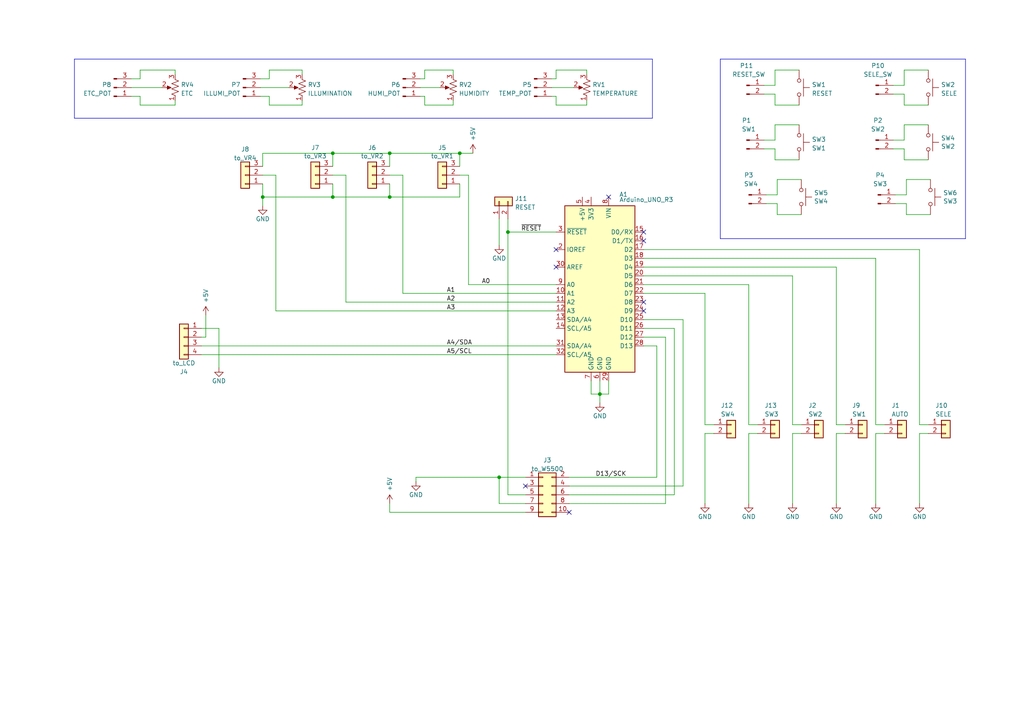
<source format=kicad_sch>
(kicad_sch (version 20231120) (generator "eeschema") (generator_version "8.0")
  (paper "A4")
  (title_block (title "UECS Simulator Q917B") (date "2025-01-15") (rev "2.00") (company "HOLLY&Co.,Ltd."))
  (lib_symbols
    (symbol "Connector:Conn_01x02_Male" (pin_names (offset 1.016) hide)
      (property "Reference" "J" (at 0 2.54 0))
      (property "Value" "Conn_01x02_Male" (at 0 -5.08 0))
      (symbol "Conn_01x02_Male_1_1"
        (polyline (pts (xy 1.27 -2.54) (xy 0.8636 -2.54)) (stroke (width 0.1524)))
        (polyline (pts (xy 1.27 0) (xy 0.8636 0)) (stroke (width 0.1524)))
        (rectangle (start 0.8636 -2.413) (end 0 -2.667) (stroke (width 0.1524)) (fill (type outline)))
        (rectangle (start 0.8636 0.127) (end 0 -0.127) (stroke (width 0.1524)) (fill (type outline)))
        (pin passive line (at 5.08 0 180) (length 3.81) (name "Pin_1") (number "1"))
        (pin passive line (at 5.08 -2.54 180) (length 3.81) (name "Pin_2") (number "2"))
      )
    )
    (symbol "Connector:Conn_01x03_Male" (pin_names (offset 1.016) hide)
      (property "Reference" "J" (at 0 5.08 0))
      (property "Value" "Conn_01x03_Male" (at 0 -5.08 0))
      (symbol "Conn_01x03_Male_1_1"
        (polyline (pts (xy 1.27 -2.54) (xy 0.8636 -2.54)) (stroke (width 0.1524)))
        (polyline (pts (xy 1.27 0) (xy 0.8636 0)) (stroke (width 0.1524)))
        (polyline (pts (xy 1.27 2.54) (xy 0.8636 2.54)) (stroke (width 0.1524)))
        (rectangle (start 0.8636 -2.413) (end 0 -2.667) (stroke (width 0.1524)) (fill (type outline)))
        (rectangle (start 0.8636 0.127) (end 0 -0.127) (stroke (width 0.1524)) (fill (type outline)))
        (rectangle (start 0.8636 2.667) (end 0 2.413) (stroke (width 0.1524)) (fill (type outline)))
        (pin passive line (at 5.08 2.54 180) (length 3.81) (name "Pin_1") (number "1"))
        (pin passive line (at 5.08 0 180) (length 3.81) (name "Pin_2") (number "2"))
        (pin passive line (at 5.08 -2.54 180) (length 3.81) (name "Pin_3") (number "3"))
      )
    )
    (symbol "Connector_Generic:Conn_01x02" (pin_names (offset 1.016) hide)
      (property "Reference" "J" (at 0 2.54 0))
      (property "Value" "Conn_01x02" (at 0 -5.08 0))
      (symbol "Conn_01x02_1_1"
        (rectangle (start -1.27 -2.413) (end 0 -2.667) (stroke (width 0.1524)))
        (rectangle (start -1.27 0.127) (end 0 -0.127) (stroke (width 0.1524)))
        (rectangle (start -1.27 1.27) (end 1.27 -3.81) (stroke (width 0.254)) (fill (type background)))
        (pin passive line (at -5.08 0 0) (length 3.81) (name "Pin_1") (number "1"))
        (pin passive line (at -5.08 -2.54 0) (length 3.81) (name "Pin_2") (number "2"))
      )
    )
    (symbol "Connector_Generic:Conn_01x03" (pin_names (offset 1.016) hide)
      (property "Reference" "J" (at 0 5.08 0))
      (property "Value" "Conn_01x03" (at 0 -5.08 0))
      (symbol "Conn_01x03_1_1"
        (rectangle (start -1.27 -2.413) (end 0 -2.667) (stroke (width 0.1524)))
        (rectangle (start -1.27 0.127) (end 0 -0.127) (stroke (width 0.1524)))
        (rectangle (start -1.27 2.667) (end 0 2.413) (stroke (width 0.1524)))
        (rectangle (start -1.27 3.81) (end 1.27 -3.81) (stroke (width 0.254)) (fill (type background)))
        (pin passive line (at -5.08 2.54 0) (length 3.81) (name "Pin_1") (number "1"))
        (pin passive line (at -5.08 0 0) (length 3.81) (name "Pin_2") (number "2"))
        (pin passive line (at -5.08 -2.54 0) (length 3.81) (name "Pin_3") (number "3"))
      )
    )
    (symbol "Connector_Generic:Conn_01x04" (pin_names (offset 1.016) hide)
      (property "Reference" "J" (at 0 5.08 0))
      (property "Value" "Conn_01x04" (at 0 -7.62 0))
      (symbol "Conn_01x04_1_1"
        (rectangle (start -1.27 -4.953) (end 0 -5.207) (stroke (width 0.1524)))
        (rectangle (start -1.27 -2.413) (end 0 -2.667) (stroke (width 0.1524)))
        (rectangle (start -1.27 0.127) (end 0 -0.127) (stroke (width 0.1524)))
        (rectangle (start -1.27 2.667) (end 0 2.413) (stroke (width 0.1524)))
        (rectangle (start -1.27 3.81) (end 1.27 -6.35) (stroke (width 0.254)) (fill (type background)))
        (pin passive line (at -5.08 2.54 0) (length 3.81) (name "Pin_1") (number "1"))
        (pin passive line (at -5.08 0 0) (length 3.81) (name "Pin_2") (number "2"))
        (pin passive line (at -5.08 -2.54 0) (length 3.81) (name "Pin_3") (number "3"))
        (pin passive line (at -5.08 -5.08 0) (length 3.81) (name "Pin_4") (number "4"))
      )
    )
    (symbol "Connector_Generic:Conn_02x05_Odd_Even" (pin_names (offset 1.016) hide)
      (property "Reference" "J" (at 1.27 7.62 0))
      (property "Value" "Conn_02x05_Odd_Even" (at 1.27 -7.62 0))
      (symbol "Conn_02x05_Odd_Even_1_1"
        (rectangle (start -1.27 -4.953) (end 0 -5.207) (stroke (width 0.1524)))
        (rectangle (start -1.27 -2.413) (end 0 -2.667) (stroke (width 0.1524)))
        (rectangle (start -1.27 0.127) (end 0 -0.127) (stroke (width 0.1524)))
        (rectangle (start -1.27 2.667) (end 0 2.413) (stroke (width 0.1524)))
        (rectangle (start -1.27 5.207) (end 0 4.953) (stroke (width 0.1524)))
        (rectangle (start -1.27 6.35) (end 3.81 -6.35) (stroke (width 0.254)) (fill (type background)))
        (rectangle (start 3.81 -4.953) (end 2.54 -5.207) (stroke (width 0.1524)))
        (rectangle (start 3.81 -2.413) (end 2.54 -2.667) (stroke (width 0.1524)))
        (rectangle (start 3.81 0.127) (end 2.54 -0.127) (stroke (width 0.1524)))
        (rectangle (start 3.81 2.667) (end 2.54 2.413) (stroke (width 0.1524)))
        (rectangle (start 3.81 5.207) (end 2.54 4.953) (stroke (width 0.1524)))
        (pin passive line (at -5.08 5.08 0) (length 3.81) (name "Pin_1") (number "1"))
        (pin passive line (at 7.62 -5.08 180) (length 3.81) (name "Pin_10") (number "10"))
        (pin passive line (at 7.62 5.08 180) (length 3.81) (name "Pin_2") (number "2"))
        (pin passive line (at -5.08 2.54 0) (length 3.81) (name "Pin_3") (number "3"))
        (pin passive line (at 7.62 2.54 180) (length 3.81) (name "Pin_4") (number "4"))
        (pin passive line (at -5.08 0 0) (length 3.81) (name "Pin_5") (number "5"))
        (pin passive line (at 7.62 0 180) (length 3.81) (name "Pin_6") (number "6"))
        (pin passive line (at -5.08 -2.54 0) (length 3.81) (name "Pin_7") (number "7"))
        (pin passive line (at 7.62 -2.54 180) (length 3.81) (name "Pin_8") (number "8"))
        (pin passive line (at -5.08 -5.08 0) (length 3.81) (name "Pin_9") (number "9"))
      )
    )
    (symbol "Device:R_Potentiometer_US" (pin_names (offset 1.016) hide)
      (property "Reference" "RV" (at -4.445 0 90))
      (property "Value" "R_Potentiometer_US" (at -2.54 0 90))
      (symbol "R_Potentiometer_US_0_1"
        (polyline (pts (xy 0 -2.286) (xy 0 -2.54)))
        (polyline (pts (xy 0 2.54) (xy 0 2.286)))
        (polyline (pts (xy 2.54 0) (xy 1.524 0)))
        (polyline (pts (xy 1.143 0) (xy 2.286 0.508) (xy 2.286 -0.508) (xy 1.143 0)) (fill (type outline)))
        (polyline (pts (xy 0 -0.762) (xy 1.016 -1.143) (xy 0 -1.524) (xy -1.016 -1.905) (xy 0 -2.286)))
        (polyline (pts (xy 0 0.762) (xy 1.016 0.381) (xy 0 0) (xy -1.016 -0.381) (xy 0 -0.762)))
        (polyline (pts (xy 0 2.286) (xy 1.016 1.905) (xy 0 1.524) (xy -1.016 1.143) (xy 0 0.762)))
      )
      (symbol "R_Potentiometer_US_1_1"
        (pin passive line (at 0 3.81 270) (length 1.27) (name "1") (number "1"))
        (pin passive line (at 3.81 0 180) (length 1.27) (name "2") (number "2"))
        (pin passive line (at 0 -3.81 90) (length 1.27) (name "3") (number "3"))
      )
    )
    (symbol "MCU_Module:Arduino_UNO_R3"
      (property "Reference" "A" (at -10.16 23.495 0))
      (property "Value" "Arduino_UNO_R3" (at 5.08 -26.67 0))
      (symbol "Arduino_UNO_R3_0_1"
        (rectangle (start -10.16 22.86) (end 10.16 -25.4) (stroke (width 0.254)) (fill (type background)))
      )
      (symbol "Arduino_UNO_R3_1_1"
        (pin no_connect line (at -10.16 -20.32 0) (length 2.54) hide (name "NC") (number "1"))
        (pin bidirectional line (at 12.7 -2.54 180) (length 2.54) (name "A1") (number "10"))
        (pin bidirectional line (at 12.7 -5.08 180) (length 2.54) (name "A2") (number "11"))
        (pin bidirectional line (at 12.7 -7.62 180) (length 2.54) (name "A3") (number "12"))
        (pin bidirectional line (at 12.7 -10.16 180) (length 2.54) (name "SDA/A4") (number "13"))
        (pin bidirectional line (at 12.7 -12.7 180) (length 2.54) (name "SCL/A5") (number "14"))
        (pin bidirectional line (at -12.7 15.24 0) (length 2.54) (name "D0/RX") (number "15"))
        (pin bidirectional line (at -12.7 12.7 0) (length 2.54) (name "D1/TX") (number "16"))
        (pin bidirectional line (at -12.7 10.16 0) (length 2.54) (name "D2") (number "17"))
        (pin bidirectional line (at -12.7 7.62 0) (length 2.54) (name "D3") (number "18"))
        (pin bidirectional line (at -12.7 5.08 0) (length 2.54) (name "D4") (number "19"))
        (pin output line (at 12.7 10.16 180) (length 2.54) (name "IOREF") (number "2"))
        (pin bidirectional line (at -12.7 2.54 0) (length 2.54) (name "D5") (number "20"))
        (pin bidirectional line (at -12.7 0 0) (length 2.54) (name "D6") (number "21"))
        (pin bidirectional line (at -12.7 -2.54 0) (length 2.54) (name "D7") (number "22"))
        (pin bidirectional line (at -12.7 -5.08 0) (length 2.54) (name "D8") (number "23"))
        (pin bidirectional line (at -12.7 -7.62 0) (length 2.54) (name "D9") (number "24"))
        (pin bidirectional line (at -12.7 -10.16 0) (length 2.54) (name "D10") (number "25"))
        (pin bidirectional line (at -12.7 -12.7 0) (length 2.54) (name "D11") (number "26"))
        (pin bidirectional line (at -12.7 -15.24 0) (length 2.54) (name "D12") (number "27"))
        (pin bidirectional line (at -12.7 -17.78 0) (length 2.54) (name "D13") (number "28"))
        (pin power_in line (at -2.54 -27.94 90) (length 2.54) (name "GND") (number "29"))
        (pin input line (at 12.7 15.24 180) (length 2.54) (name "~{RESET}") (number "3"))
        (pin input line (at 12.7 5.08 180) (length 2.54) (name "AREF") (number "30"))
        (pin bidirectional line (at 12.7 -17.78 180) (length 2.54) (name "SDA/A4") (number "31"))
        (pin bidirectional line (at 12.7 -20.32 180) (length 2.54) (name "SCL/A5") (number "32"))
        (pin power_out line (at 2.54 25.4 270) (length 2.54) (name "3V3") (number "4"))
        (pin power_out line (at 5.08 25.4 270) (length 2.54) (name "+5V") (number "5"))
        (pin power_in line (at 0 -27.94 90) (length 2.54) (name "GND") (number "6"))
        (pin power_in line (at 2.54 -27.94 90) (length 2.54) (name "GND") (number "7"))
        (pin power_in line (at -2.54 25.4 270) (length 2.54) (name "VIN") (number "8"))
        (pin bidirectional line (at 12.7 0 180) (length 2.54) (name "A0") (number "9"))
      )
    )
    (symbol "Switch:SW_Push" (pin_numbers hide) (pin_names (offset 1.016) hide)
      (property "Reference" "SW" (at 1.27 2.54 0))
      (property "Value" "SW_Push" (at 0 -1.524 0))
      (symbol "SW_Push_0_1"
        (circle (center -2.032 0) (radius 0.508))
        (polyline (pts (xy 0 1.27) (xy 0 3.048)))
        (polyline (pts (xy 2.54 1.27) (xy -2.54 1.27)))
        (circle (center 2.032 0) (radius 0.508))
        (pin passive line (at -5.08 0 0) (length 2.54) (name "1") (number "1"))
        (pin passive line (at 5.08 0 180) (length 2.54) (name "2") (number "2"))
      )
    )
    (symbol "power:+5V" (power) (pin_names (offset 0))
      (property "Value" "+5V" (at 0 3.556 0))
      (symbol "+5V_0_1"
        (polyline (pts (xy -0.762 1.27) (xy 0 2.54)))
        (polyline (pts (xy 0 0) (xy 0 2.54)))
        (polyline (pts (xy 0 2.54) (xy 0.762 1.27)))
      )
      (symbol "+5V_1_1"
        (pin power_in line (at 0 0 90) (length 0) hide (name "+5V") (number "1"))
      )
    )
    (symbol "power:GND" (power) (pin_names (offset 0))
      (property "Value" "GND" (at 0 -3.81 0))
      (symbol "GND_0_1"
        (polyline (pts (xy 0 0) (xy 0 -1.27) (xy 1.27 -1.27) (xy 0 -2.54) (xy -1.27 -1.27) (xy 0 -1.27)))
      )
      (symbol "GND_1_1"
        (pin power_in line (at 0 0 270) (length 0) hide (name "GND") (number "1"))
      )
    )
  )
  (junction (at 96.52 44.45))
  (junction (at 144.78 138.43))
  (junction (at 96.52 57.15))
  (junction (at 76.2 57.15))
  (junction (at 113.03 44.45))
  (junction (at 133.35 44.45))
  (junction (at 113.03 57.15))
  (junction (at 173.99 114.3))
  (junction (at 147.32 67.31))
  (no_connect (at 161.29 72.39))
  (no_connect (at 186.69 69.85))
  (no_connect (at 165.1 148.59))
  (no_connect (at 152.4 140.97))
  (no_connect (at 161.29 77.47))
  (no_connect (at 186.69 67.31))
  (no_connect (at 186.69 90.17))
  (no_connect (at 186.69 87.63))
  (no_connect (at 176.53 57.15))
  (wire (pts (xy 147.32 67.31) (xy 161.29 67.31)))
  (wire (pts (xy 219.71 125.73) (xy 217.17 125.73)))
  (wire (pts (xy 259.715 59.055) (xy 262.89 59.055)))
  (wire (pts (xy 152.4 146.05) (xy 144.78 146.05)))
  (wire (pts (xy 161.29 22.86) (xy 160.02 22.86)))
  (wire (pts (xy 170.18 20.32) (xy 161.29 20.32)))
  (polyline (pts (xy 21.59 17.145) (xy 189.23 17.145)))
  (wire (pts (xy 224.79 43.18) (xy 224.79 46.355)))
  (wire (pts (xy 76.2 53.34) (xy 76.2 57.15)))
  (wire (pts (xy 40.64 22.86) (xy 38.1 22.86)))
  (wire (pts (xy 225.425 56.515) (xy 225.425 52.07)))
  (wire (pts (xy 171.45 114.3) (xy 173.99 114.3)))
  (wire (pts (xy 87.63 20.32) (xy 78.105 20.32)))
  (wire (pts (xy 259.08 43.18) (xy 262.255 43.18)))
  (wire (pts (xy 76.2 44.45) (xy 76.2 48.26)))
  (wire (pts (xy 50.8 29.21) (xy 50.8 30.48)))
  (wire (pts (xy 58.42 97.79) (xy 59.69 97.79)))
  (wire (pts (xy 144.78 138.43) (xy 120.65 138.43)))
  (wire (pts (xy 113.03 53.34) (xy 113.03 57.15)))
  (wire (pts (xy 100.33 87.63) (xy 161.29 87.63)))
  (wire (pts (xy 113.03 57.15) (xy 96.52 57.15)))
  (wire (pts (xy 147.32 67.31) (xy 147.32 143.51)))
  (wire (pts (xy 262.89 62.23) (xy 269.875 62.23)))
  (wire (pts (xy 121.92 25.4) (xy 127.635 25.4)))
  (wire (pts (xy 96.52 44.45) (xy 113.03 44.45)))
  (wire (pts (xy 262.255 20.32) (xy 269.24 20.32)))
  (wire (pts (xy 75.565 25.4) (xy 83.82 25.4)))
  (wire (pts (xy 232.41 123.19) (xy 229.87 123.19)))
  (wire (pts (xy 50.8 21.59) (xy 50.8 20.32)))
  (wire (pts (xy 224.79 27.305) (xy 224.79 30.48)))
  (wire (pts (xy 224.79 36.195) (xy 231.775 36.195)))
  (wire (pts (xy 173.99 114.3) (xy 173.99 116.84)))
  (wire (pts (xy 152.4 138.43) (xy 144.78 138.43)))
  (wire (pts (xy 221.615 27.305) (xy 224.79 27.305)))
  (wire (pts (xy 186.69 74.93) (xy 254 74.93)))
  (wire (pts (xy 96.52 57.15) (xy 76.2 57.15)))
  (wire (pts (xy 59.69 97.79) (xy 59.69 91.44)))
  (wire (pts (xy 113.03 44.45) (xy 133.35 44.45)))
  (wire (pts (xy 100.33 50.8) (xy 100.33 87.63)))
  (wire (pts (xy 245.11 125.73) (xy 242.57 125.73)))
  (wire (pts (xy 262.89 56.515) (xy 262.89 52.07)))
  (wire (pts (xy 186.69 97.79) (xy 193.04 97.79)))
  (wire (pts (xy 259.08 27.305) (xy 262.255 27.305)))
  (wire (pts (xy 161.29 20.32) (xy 161.29 22.86)))
  (wire (pts (xy 204.47 125.73) (xy 204.47 146.05)))
  (wire (pts (xy 217.17 123.19) (xy 217.17 82.55)))
  (wire (pts (xy 165.1 146.05) (xy 193.04 146.05)))
  (wire (pts (xy 152.4 148.59) (xy 113.03 148.59)))
  (wire (pts (xy 87.63 30.48) (xy 78.105 30.48)))
  (wire (pts (xy 80.01 90.17) (xy 161.29 90.17)))
  (wire (pts (xy 78.105 20.32) (xy 78.105 22.86)))
  (wire (pts (xy 161.29 30.48) (xy 161.29 27.94)))
  (wire (pts (xy 195.58 95.25) (xy 195.58 143.51)))
  (wire (pts (xy 225.425 59.055) (xy 225.425 62.23)))
  (wire (pts (xy 116.84 50.8) (xy 116.84 85.09)))
  (wire (pts (xy 50.8 20.32) (xy 40.64 20.32)))
  (wire (pts (xy 123.19 22.86) (xy 121.92 22.86)))
  (wire (pts (xy 262.255 27.305) (xy 262.255 30.48)))
  (wire (pts (xy 78.105 22.86) (xy 75.565 22.86)))
  (wire (pts (xy 80.01 50.8) (xy 80.01 90.17)))
  (wire (pts (xy 173.99 114.3) (xy 176.53 114.3)))
  (wire (pts (xy 123.19 27.94) (xy 121.92 27.94)))
  (wire (pts (xy 133.35 50.8) (xy 135.89 50.8)))
  (wire (pts (xy 96.52 44.45) (xy 96.52 48.26)))
  (wire (pts (xy 137.16 44.45) (xy 133.35 44.45)))
  (wire (pts (xy 170.18 30.48) (xy 170.18 29.21)))
  (wire (pts (xy 229.87 123.19) (xy 229.87 80.01)))
  (wire (pts (xy 186.69 77.47) (xy 242.57 77.47)))
  (wire (pts (xy 113.03 44.45) (xy 113.03 48.26)))
  (polyline (pts (xy 21.59 17.145) (xy 21.59 34.29)))
  (wire (pts (xy 76.2 50.8) (xy 80.01 50.8)))
  (wire (pts (xy 262.255 36.195) (xy 269.24 36.195)))
  (wire (pts (xy 133.35 44.45) (xy 133.35 48.26)))
  (wire (pts (xy 147.32 143.51) (xy 152.4 143.51)))
  (wire (pts (xy 224.79 30.48) (xy 231.775 30.48)))
  (wire (pts (xy 131.445 30.48) (xy 123.19 30.48)))
  (wire (pts (xy 147.32 63.5) (xy 147.32 67.31)))
  (wire (pts (xy 76.2 57.15) (xy 76.2 59.69)))
  (wire (pts (xy 171.45 110.49) (xy 171.45 114.3)))
  (wire (pts (xy 170.18 20.32) (xy 170.18 21.59)))
  (wire (pts (xy 40.64 27.94) (xy 38.1 27.94)))
  (wire (pts (xy 259.715 56.515) (xy 262.89 56.515)))
  (wire (pts (xy 58.42 95.25) (xy 63.5 95.25)))
  (wire (pts (xy 135.89 82.55) (xy 161.29 82.55)))
  (wire (pts (xy 186.69 80.01) (xy 229.87 80.01)))
  (wire (pts (xy 232.41 125.73) (xy 229.87 125.73)))
  (wire (pts (xy 133.35 53.34) (xy 133.35 57.15)))
  (wire (pts (xy 225.425 62.23) (xy 232.41 62.23)))
  (wire (pts (xy 144.78 146.05) (xy 144.78 138.43)))
  (wire (pts (xy 198.12 140.97) (xy 165.1 140.97)))
  (wire (pts (xy 207.01 125.73) (xy 204.47 125.73)))
  (wire (pts (xy 262.89 52.07) (xy 269.875 52.07)))
  (wire (pts (xy 222.25 59.055) (xy 225.425 59.055)))
  (wire (pts (xy 186.69 72.39) (xy 266.7 72.39)))
  (wire (pts (xy 58.42 100.33) (xy 161.29 100.33)))
  (polyline (pts (xy 280.035 69.215) (xy 208.915 69.215)))
  (wire (pts (xy 224.79 24.765) (xy 224.79 20.32)))
  (wire (pts (xy 262.255 46.355) (xy 269.24 46.355)))
  (wire (pts (xy 165.1 143.51) (xy 195.58 143.51)))
  (polyline (pts (xy 280.035 17.145) (xy 280.035 69.215)))
  (wire (pts (xy 113.03 50.8) (xy 116.84 50.8)))
  (wire (pts (xy 190.5 100.33) (xy 186.69 100.33)))
  (polyline (pts (xy 189.23 17.145) (xy 189.23 34.29)))
  (wire (pts (xy 256.54 125.73) (xy 254 125.73)))
  (wire (pts (xy 113.03 148.59) (xy 113.03 146.05)))
  (wire (pts (xy 242.57 123.19) (xy 242.57 77.47)))
  (wire (pts (xy 217.17 125.73) (xy 217.17 146.05)))
  (wire (pts (xy 266.7 125.73) (xy 266.7 146.05)))
  (wire (pts (xy 219.71 123.19) (xy 217.17 123.19)))
  (wire (pts (xy 96.52 53.34) (xy 96.52 57.15)))
  (wire (pts (xy 256.54 123.19) (xy 254 123.19)))
  (wire (pts (xy 221.615 24.765) (xy 224.79 24.765)))
  (wire (pts (xy 254 123.19) (xy 254 74.93)))
  (wire (pts (xy 133.35 57.15) (xy 113.03 57.15)))
  (wire (pts (xy 78.105 27.94) (xy 75.565 27.94)))
  (wire (pts (xy 198.12 92.71) (xy 198.12 140.97)))
  (wire (pts (xy 144.78 63.5) (xy 144.78 71.12)))
  (wire (pts (xy 186.69 92.71) (xy 198.12 92.71)))
  (wire (pts (xy 221.615 40.64) (xy 224.79 40.64)))
  (wire (pts (xy 165.1 138.43) (xy 190.5 138.43)))
  (wire (pts (xy 224.79 46.355) (xy 231.775 46.355)))
  (wire (pts (xy 76.2 44.45) (xy 96.52 44.45)))
  (wire (pts (xy 242.57 125.73) (xy 242.57 146.05)))
  (polyline (pts (xy 208.915 17.145) (xy 280.035 17.145)))
  (wire (pts (xy 262.255 40.64) (xy 262.255 36.195)))
  (wire (pts (xy 262.255 43.18) (xy 262.255 46.355)))
  (wire (pts (xy 269.24 125.73) (xy 266.7 125.73)))
  (wire (pts (xy 225.425 52.07) (xy 232.41 52.07)))
  (wire (pts (xy 259.08 24.765) (xy 262.255 24.765)))
  (wire (pts (xy 190.5 100.33) (xy 190.5 138.43)))
  (wire (pts (xy 204.47 123.19) (xy 204.47 85.09)))
  (wire (pts (xy 78.105 30.48) (xy 78.105 27.94)))
  (wire (pts (xy 193.04 97.79) (xy 193.04 146.05)))
  (wire (pts (xy 123.19 30.48) (xy 123.19 27.94)))
  (wire (pts (xy 58.42 102.87) (xy 161.29 102.87)))
  (wire (pts (xy 131.445 20.32) (xy 123.19 20.32)))
  (wire (pts (xy 259.08 40.64) (xy 262.255 40.64)))
  (wire (pts (xy 40.64 30.48) (xy 40.64 27.94)))
  (wire (pts (xy 161.29 27.94) (xy 160.02 27.94)))
  (wire (pts (xy 186.69 85.09) (xy 204.47 85.09)))
  (wire (pts (xy 87.63 29.21) (xy 87.63 30.48)))
  (wire (pts (xy 186.69 82.55) (xy 217.17 82.55)))
  (wire (pts (xy 131.445 30.48) (xy 131.445 29.21)))
  (wire (pts (xy 207.01 123.19) (xy 204.47 123.19)))
  (wire (pts (xy 120.65 138.43) (xy 120.65 139.7)))
  (polyline (pts (xy 208.915 17.145) (xy 208.915 69.215)))
  (wire (pts (xy 269.24 123.19) (xy 266.7 123.19)))
  (wire (pts (xy 222.25 56.515) (xy 225.425 56.515)))
  (polyline (pts (xy 189.23 34.29) (xy 21.59 34.29)))
  (wire (pts (xy 245.11 123.19) (xy 242.57 123.19)))
  (wire (pts (xy 262.255 30.48) (xy 269.24 30.48)))
  (wire (pts (xy 50.8 30.48) (xy 40.64 30.48)))
  (wire (pts (xy 63.5 95.25) (xy 63.5 106.68)))
  (wire (pts (xy 262.89 59.055) (xy 262.89 62.23)))
  (wire (pts (xy 131.445 20.32) (xy 131.445 21.59)))
  (wire (pts (xy 87.63 21.59) (xy 87.63 20.32)))
  (wire (pts (xy 170.18 30.48) (xy 161.29 30.48)))
  (wire (pts (xy 221.615 43.18) (xy 224.79 43.18)))
  (wire (pts (xy 229.87 125.73) (xy 229.87 146.05)))
  (wire (pts (xy 135.89 50.8) (xy 135.89 82.55)))
  (wire (pts (xy 266.7 123.19) (xy 266.7 72.39)))
  (wire (pts (xy 224.79 20.32) (xy 231.775 20.32)))
  (wire (pts (xy 40.64 20.32) (xy 40.64 22.86)))
  (wire (pts (xy 176.53 114.3) (xy 176.53 110.49)))
  (wire (pts (xy 224.79 40.64) (xy 224.79 36.195)))
  (wire (pts (xy 186.69 95.25) (xy 195.58 95.25)))
  (wire (pts (xy 123.19 20.32) (xy 123.19 22.86)))
  (wire (pts (xy 38.1 25.4) (xy 46.99 25.4)))
  (wire (pts (xy 262.255 24.765) (xy 262.255 20.32)))
  (wire (pts (xy 116.84 85.09) (xy 161.29 85.09)))
  (wire (pts (xy 96.52 50.8) (xy 100.33 50.8)))
  (wire (pts (xy 173.99 110.49) (xy 173.99 114.3)))
  (wire (pts (xy 254 125.73) (xy 254 146.05)))
  (wire (pts (xy 160.02 25.4) (xy 166.37 25.4)))
  (label "A2" (at 129.54 87.63 0))
  (label "D13{slash}SCK" (at 172.72 138.43 0))
  (label "A1" (at 129.54 85.09 0))
  (label "A4{slash}SDA" (at 129.54 100.33 0))
  (label "A5{slash}SCL" (at 129.54 102.87 0))
  (label "A3" (at 129.54 90.17 0))
  (label "~{RESET}" (at 151.13 67.31 0))
  (label "A0" (at 139.7 82.55 0))
  (symbol (lib_id "power:GND") (at 144.78 71.12 0) (unit 1)
    (property "Reference" "#PWR0114" (effects (hide yes)))
    (property "Value" "GND" (at 144.78 74.93 0))
  )
  (symbol (lib_id "power:+5V") (at 137.16 44.45 0) (unit 1)
    (property "Reference" "#PWR0106" (effects (hide yes)))
    (property "Value" "+5V" (at 137.16 40.894 90) (effects (justify left)))
  )
  (symbol (lib_id "Connector_Generic:Conn_01x02") (at 261.62 123.19 0) (unit 1)
    (property "Reference" "J1" (at 258.572 117.6051 0) (effects (justify left)))
    (property "Value" "AUTO" (at 258.572 120.142 0) (effects (justify left)))
    (property "Footprint" "Connector_JST:JST_XH_B2B-XH-A_1x02_P2.50mm_Vertical" (effects (hide yes)))
  )
  (symbol (lib_id "power:+5V") (at 113.03 146.05 0) (unit 1)
    (property "Reference" "#PWR0110" (effects (hide yes)))
    (property "Value" "+5V" (at 113.03 142.494 90) (effects (justify left)))
  )
  (symbol (lib_id "Connector:Conn_01x02_Male") (at 216.535 24.765 0) (unit 1) (on_board no)
    (property "Reference" "P11" (at 216.535 19.05 0))
    (property "Value" "RESET_SW" (at 217.17 21.59 0))
    (property "Datasheet" "https://akizukidenshi.com/catalog/g/gC-12255/" (effects (hide yes)))
  )
  (symbol (lib_id "Connector_Generic:Conn_01x03") (at 91.44 50.8 180) (unit 1)
    (property "Reference" "J7" (at 91.44 42.8455 0))
    (property "Value" "to_VR3" (at 91.44 45.2698 0))
    (property "Footprint" "Connector_JST:JST_XH_B3B-XH-A_1x03_P2.50mm_Vertical" (effects (hide yes)))
  )
  (symbol (lib_id "Connector_Generic:Conn_01x03") (at 71.12 50.8 180) (unit 1)
    (property "Reference" "J8" (at 71.12 43.2902 0))
    (property "Value" "to_VR4" (at 71.12 45.8271 0))
    (property "Footprint" "Connector_JST:JST_XH_B3B-XH-A_1x03_P2.50mm_Vertical" (effects (hide yes)))
  )
  (symbol (lib_id "power:GND") (at 254 146.05 0) (unit 1)
    (property "Reference" "#PWR01" (effects (hide yes)))
    (property "Value" "GND" (at 254 149.86 0))
  )
  (symbol (lib_id "power:GND") (at 173.99 116.84 0) (unit 1)
    (property "Reference" "#PWR06" (effects (hide yes)))
    (property "Value" "GND" (at 173.99 120.65 0))
  )
  (symbol (lib_id "power:GND") (at 242.57 146.05 0) (unit 1)
    (property "Reference" "#PWR03" (effects (hide yes)))
    (property "Value" "GND" (at 242.57 149.86 0))
  )
  (symbol (lib_id "Connector_Generic:Conn_01x02") (at 212.09 123.19 0) (unit 1)
    (property "Reference" "J12" (at 209.042 117.6051 0) (effects (justify left)))
    (property "Value" "SW4" (at 209.042 120.142 0) (effects (justify left)))
    (property "Footprint" "Connector_JST:JST_XH_B2B-XH-A_1x02_P2.50mm_Vertical" (effects (hide yes)))
  )
  (symbol (lib_id "power:GND") (at 217.17 146.05 0) (unit 1)
    (property "Reference" "#PWR05" (effects (hide yes)))
    (property "Value" "GND" (at 217.17 149.86 0))
  )
  (symbol (lib_id "Connector:Conn_01x03_Male") (at 33.02 25.4 0) (mirror x) (unit 1) (on_board no)
    (property "Reference" "P8" (at 32.3088 24.5653 0) (effects (justify right)))
    (property "Value" "ETC_POT" (at 32.3088 27.1022 0) (effects (justify right)))
    (property "Datasheet" "https://akizukidenshi.com/catalog/g/gC-12256/" (effects (hide yes)))
  )
  (symbol (lib_id "Connector:Conn_01x02_Male") (at 254 24.765 0) (unit 1) (on_board no)
    (property "Reference" "P10" (at 254.635 19.05 0))
    (property "Value" "SELE_SW" (at 254.635 21.59 0))
  )
  (symbol (lib_id "Switch:SW_Push") (at 231.775 25.4 270) (unit 1) (on_board no)
    (property "Reference" "SW1" (at 235.458 24.5653 90) (effects (justify left)))
    (property "Value" "RESET" (at 235.458 27.1022 90) (effects (justify left)))
  )
  (symbol (lib_id "Connector:Conn_01x03_Male") (at 154.94 25.4 0) (mirror x) (unit 1) (on_board no)
    (property "Reference" "P5" (at 154.2288 24.5653 0) (effects (justify right)))
    (property "Value" "TEMP_POT" (at 154.2288 27.1022 0) (effects (justify right)))
    (property "Datasheet" "https://akizukidenshi.com/catalog/g/gC-12256/" (effects (hide yes)))
  )
  (symbol (lib_id "Connector_Generic:Conn_01x02") (at 144.78 58.42 90) (unit 1)
    (property "Reference" "J11" (at 149.352 57.5853 90) (effects (justify right)))
    (property "Value" "RESET" (at 149.352 60.1222 90) (effects (justify right)))
    (property "Footprint" "Connector_JST:JST_XH_B2B-XH-A_1x02_P2.50mm_Vertical" (effects (hide yes)))
  )
  (symbol (lib_id "Device:R_Potentiometer_US") (at 170.18 25.4 180) (unit 1) (on_board no)
    (property "Reference" "RV1" (at 171.831 24.5653 0) (effects (justify right)))
    (property "Value" "TEMPERATURE" (at 171.831 27.1022 0) (effects (justify right)))
    (property "Datasheet" "https://akizukidenshi.com/catalog/g/gP-15813/" (effects (hide yes)))
  )
  (symbol (lib_id "Switch:SW_Push") (at 269.24 41.275 270) (unit 1) (on_board no)
    (property "Reference" "SW4" (at 272.923 40.0628 90) (effects (justify left)))
    (property "Value" "SW2" (at 272.923 42.4871 90) (effects (justify left)))
  )
  (symbol (lib_id "Connector:Conn_01x03_Male") (at 116.84 25.4 0) (mirror x) (unit 1) (on_board no)
    (property "Reference" "P6" (at 116.1289 24.5653 0) (effects (justify right)))
    (property "Value" "HUMI_POT" (at 116.1289 27.1022 0) (effects (justify right)))
    (property "Datasheet" "https://akizukidenshi.com/catalog/g/gC-12256/" (effects (hide yes)))
  )
  (symbol (lib_id "Connector:Conn_01x02_Male") (at 217.17 56.515 0) (unit 1) (on_board no)
    (property "Reference" "P3" (at 217.17 50.8 0))
    (property "Value" "SW4" (at 217.805 53.34 0))
    (property "Datasheet" "https://akizukidenshi.com/catalog/g/gC-12255/" (effects (hide yes)))
  )
  (symbol (lib_id "Switch:SW_Push") (at 269.875 57.15 270) (unit 1) (on_board no)
    (property "Reference" "SW6" (at 273.558 55.9378 90) (effects (justify left)))
    (property "Value" "SW3" (at 273.558 58.3621 90) (effects (justify left)))
  )
  (symbol (lib_id "Connector:Conn_01x02_Male") (at 254.635 56.515 0) (unit 1) (on_board no)
    (property "Reference" "P4" (at 255.27 50.8 0))
    (property "Value" "SW3" (at 255.27 53.34 0))
  )
  (symbol (lib_id "power:GND") (at 76.2 59.69 0) (unit 1)
    (property "Reference" "#PWR0113" (effects (hide yes)))
    (property "Value" "GND" (at 76.2 63.5 0))
  )
  (symbol (lib_id "Connector_Generic:Conn_01x02") (at 250.19 123.19 0) (unit 1)
    (property "Reference" "J9" (at 247.142 117.602 0) (effects (justify left)))
    (property "Value" "SW1" (at 247.142 120.1389 0) (effects (justify left)))
    (property "Footprint" "Connector_JST:JST_XH_B2B-XH-A_1x02_P2.50mm_Vertical" (effects (hide yes)))
  )
  (symbol (lib_id "Device:R_Potentiometer_US") (at 87.63 25.4 180) (unit 1) (on_board no)
    (property "Reference" "RV3" (at 89.281 24.5653 0) (effects (justify right)))
    (property "Value" "ILLUMINATION" (at 89.281 27.1022 0) (effects (justify right)))
    (property "Datasheet" "https://akizukidenshi.com/catalog/g/gP-15813/" (effects (hide yes)))
  )
  (symbol (lib_id "Switch:SW_Push") (at 232.41 57.15 270) (unit 1) (on_board no)
    (property "Reference" "SW5" (at 236.093 55.9378 90) (effects (justify left)))
    (property "Value" "SW4" (at 236.093 58.3621 90) (effects (justify left)))
  )
  (symbol (lib_id "Device:R_Potentiometer_US") (at 131.445 25.4 180) (unit 1) (on_board no)
    (property "Reference" "RV2" (at 133.096 24.5653 0) (effects (justify right)))
    (property "Value" "HUMIDITY" (at 133.096 27.1022 0) (effects (justify right)))
    (property "Datasheet" "https://akizukidenshi.com/catalog/g/gP-15813/" (effects (hide yes)))
  )
  (symbol (lib_id "power:GND") (at 266.7 146.05 0) (unit 1)
    (property "Reference" "#PWR0105" (effects (hide yes)))
    (property "Value" "GND" (at 266.7 149.86 0))
  )
  (symbol (lib_id "power:GND") (at 229.87 146.05 0) (unit 1)
    (property "Reference" "#PWR02" (effects (hide yes)))
    (property "Value" "GND" (at 229.87 149.86 0))
  )
  (symbol (lib_id "Connector_Generic:Conn_01x04") (at 53.34 97.79 0) (mirror y) (unit 1)
    (property "Reference" "J4" (at 53.34 107.8398 0))
    (property "Value" "to_LCD" (at 53.34 105.3029 0))
    (property "Footprint" "Connector_JST:JST_XH_B4B-XH-A_1x04_P2.50mm_Vertical" (effects (hide yes)))
  )
  (symbol (lib_id "power:+5V") (at 59.69 91.44 0) (unit 1)
    (property "Reference" "#PWR0109" (effects (hide yes)))
    (property "Value" "+5V" (at 59.69 87.884 90) (effects (justify left)))
  )
  (symbol (lib_id "Connector_Generic:Conn_01x02") (at 224.79 123.19 0) (unit 1)
    (property "Reference" "J13" (at 221.742 117.602 0) (effects (justify left)))
    (property "Value" "SW3" (at 221.742 120.1389 0) (effects (justify left)))
    (property "Footprint" "Connector_JST:JST_XH_B2B-XH-A_1x02_P2.50mm_Vertical" (effects (hide yes)))
  )
  (symbol (lib_id "Switch:SW_Push") (at 269.24 25.4 270) (unit 1) (on_board no)
    (property "Reference" "SW2" (at 272.923 24.5653 90) (effects (justify left)))
    (property "Value" "SELE" (at 272.923 27.1022 90) (effects (justify left)))
  )
  (symbol (lib_id "Device:R_Potentiometer_US") (at 50.8 25.4 180) (unit 1) (on_board no)
    (property "Reference" "RV4" (at 52.451 24.5653 0) (effects (justify right)))
    (property "Value" "ETC" (at 52.451 27.1022 0) (effects (justify right)))
    (property "Datasheet" "https://akizukidenshi.com/catalog/g/gP-15813/" (effects (hide yes)))
  )
  (symbol (lib_id "Connector_Generic:Conn_01x03") (at 107.95 50.8 180) (unit 1)
    (property "Reference" "J6" (at 107.95 42.8455 0))
    (property "Value" "to_VR2" (at 107.95 45.2698 0))
    (property "Footprint" "Connector_JST:JST_XH_B3B-XH-A_1x03_P2.50mm_Vertical" (effects (hide yes)))
  )
  (symbol (lib_id "power:GND") (at 120.65 139.7 0) (unit 1)
    (property "Reference" "#PWR0107" (effects (hide yes)))
    (property "Value" "GND" (at 120.65 143.51 0))
  )
  (symbol (lib_id "Switch:SW_Push") (at 231.775 41.275 270) (unit 1) (on_board no)
    (property "Reference" "SW3" (at 235.458 40.4403 90) (effects (justify left)))
    (property "Value" "SW1" (at 235.458 42.9772 90) (effects (justify left)))
  )
  (symbol (lib_id "Connector_Generic:Conn_01x03") (at 128.27 50.8 180) (unit 1)
    (property "Reference" "J5" (at 128.27 42.8455 0))
    (property "Value" "to_VR1" (at 128.27 45.2698 0))
    (property "Footprint" "Connector_JST:JST_XH_B3B-XH-A_1x03_P2.50mm_Vertical" (effects (hide yes)))
  )
  (symbol (lib_id "Connector:Conn_01x02_Male") (at 254 40.64 0) (unit 1) (on_board no)
    (property "Reference" "P2" (at 254.635 34.925 0))
    (property "Value" "SW2" (at 254.635 37.465 0))
  )
  (symbol (lib_id "Connector_Generic:Conn_01x02") (at 237.49 123.19 0) (unit 1)
    (property "Reference" "J2" (at 234.442 117.6051 0) (effects (justify left)))
    (property "Value" "SW2" (at 234.442 120.142 0) (effects (justify left)))
    (property "Footprint" "Connector_JST:JST_XH_B2B-XH-A_1x02_P2.50mm_Vertical" (effects (hide yes)))
  )
  (symbol (lib_id "Connector:Conn_01x02_Male") (at 216.535 40.64 0) (unit 1) (on_board no)
    (property "Reference" "P1" (at 216.535 34.925 0))
    (property "Value" "SW1" (at 217.17 37.465 0))
    (property "Datasheet" "https://akizukidenshi.com/catalog/g/gC-12255/" (effects (hide yes)))
  )
  (symbol (lib_id "MCU_Module:Arduino_UNO_R3") (at 173.99 82.55 0) (mirror y) (unit 1)
    (property "Reference" "A1" (at 182.118 56.388 0) (effects (justify left)))
    (property "Value" "Arduino_UNO_R3" (at 195.326 57.912 0) (effects (justify left)))
    (property "Footprint" "Module:Arduino_UNO_R3" (effects (hide yes)))
    (property "Datasheet" "https://www.arduino.cc/en/Main/arduinoBoardUno" (effects (hide yes)))
    (property "Description" "Arduino UNO Microcontroller Module, release 3" (effects (hide yes)))
  )
  (symbol (lib_id "Connector:Conn_01x03_Male") (at 70.485 25.4 0) (mirror x) (unit 1) (on_board no)
    (property "Reference" "P7" (at 69.7739 24.5653 0) (effects (justify right)))
    (property "Value" "ILLUMI_POT" (at 69.7739 27.1022 0) (effects (justify right)))
    (property "Datasheet" "https://akizukidenshi.com/catalog/g/gC-12256/" (effects (hide yes)))
  )
  (symbol (lib_id "power:GND") (at 63.5 106.68 0) (unit 1)
    (property "Reference" "#PWR0111" (effects (hide yes)))
    (property "Value" "GND" (at 63.5 110.49 0))
  )
  (symbol (lib_id "Connector_Generic:Conn_01x02") (at 274.32 123.19 0) (unit 1)
    (property "Reference" "J10" (at 271.272 117.602 0) (effects (justify left)))
    (property "Value" "SELE" (at 271.272 120.1389 0) (effects (justify left)))
    (property "Footprint" "Connector_JST:JST_XH_B2B-XH-A_1x02_P2.50mm_Vertical" (effects (hide yes)))
  )
  (symbol (lib_id "Connector_Generic:Conn_02x05_Odd_Even") (at 157.48 143.51 0) (unit 1)
    (property "Reference" "J3" (at 158.75 133.4602 0))
    (property "Value" "to_W5500" (at 158.75 135.9971 0))
    (property "Footprint" "Connector_PinSocket_2.54mm:PinSocket_2x05_P2.54mm_Vertical" (effects (hide yes)))
  )
  (symbol (lib_id "power:GND") (at 204.47 146.05 0) (unit 1)
    (property "Reference" "#PWR04" (effects (hide yes)))
    (property "Value" "GND" (at 204.47 149.86 0))
  )
)
</source>
